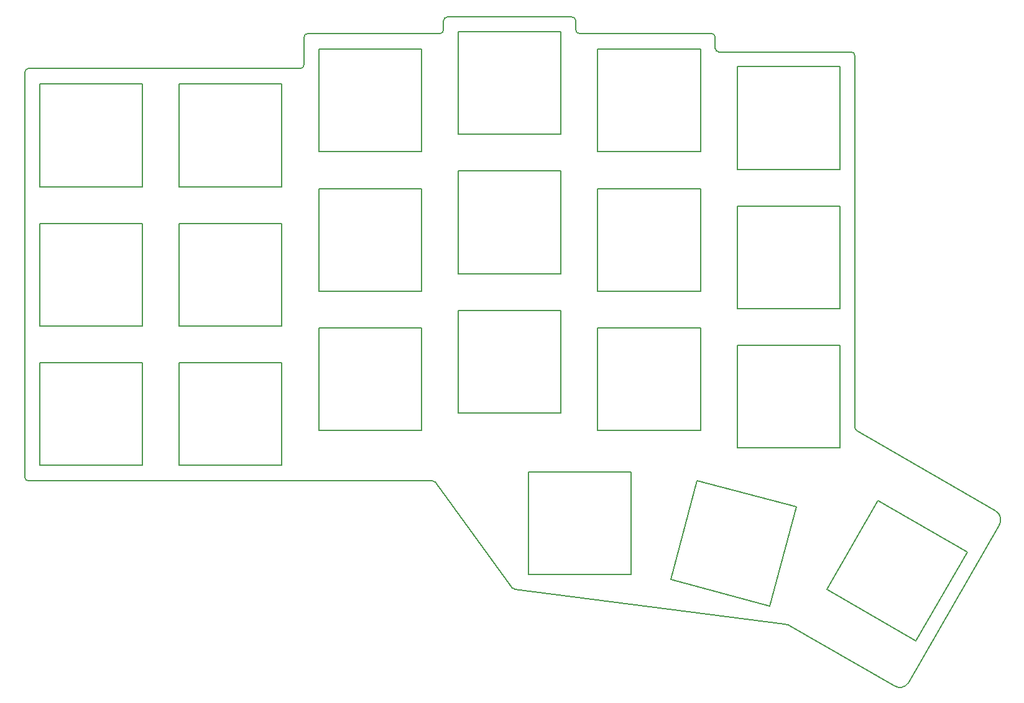
<source format=gbr>
%TF.GenerationSoftware,KiCad,Pcbnew,7.0.7*%
%TF.CreationDate,2023-09-12T18:04:32+01:00*%
%TF.ProjectId,top,746f702e-6b69-4636-9164-5f7063625858,1.0*%
%TF.SameCoordinates,Original*%
%TF.FileFunction,Profile,NP*%
%FSLAX46Y46*%
G04 Gerber Fmt 4.6, Leading zero omitted, Abs format (unit mm)*
G04 Created by KiCad (PCBNEW 7.0.7) date 2023-09-12 18:04:32*
%MOMM*%
%LPD*%
G01*
G04 APERTURE LIST*
%TA.AperFunction,Profile*%
%ADD10C,0.150000*%
%TD*%
G04 APERTURE END LIST*
D10*
X101000000Y-79375000D02*
X101000000Y-65375000D01*
X139000000Y-79375000D02*
X153000000Y-79375000D01*
X162440000Y-141315000D02*
X166060000Y-127795000D01*
X115000000Y-84375000D02*
X115000000Y-98375000D01*
X120000000Y-115000000D02*
X134000000Y-115000000D01*
X63000000Y-122125000D02*
X77000000Y-122125000D01*
X101000000Y-117375000D02*
X115000000Y-117375000D01*
X99000000Y-63750000D02*
X99000000Y-67500000D01*
X115000000Y-103375000D02*
X115000000Y-117375000D01*
X82000000Y-122125000D02*
X96000000Y-122125000D01*
X63000000Y-103125000D02*
X77000000Y-103125000D01*
X153000000Y-103375000D02*
X153000000Y-117375000D01*
X77000000Y-108125000D02*
X77000000Y-122125000D01*
X63000000Y-84125000D02*
X63000000Y-70125000D01*
X101000000Y-103375000D02*
X115000000Y-103375000D01*
X120000000Y-82000000D02*
X134000000Y-82000000D01*
X193270510Y-128396990D02*
X174350000Y-117475000D01*
X120000000Y-101000000D02*
X134000000Y-101000000D01*
X165075000Y-143900000D02*
X179369250Y-152160960D01*
X143530000Y-137035000D02*
X143530000Y-123035000D01*
X158000000Y-81750000D02*
X158000000Y-67750000D01*
X101000000Y-79375000D02*
X115000000Y-79375000D01*
X189310000Y-133925000D02*
X177190000Y-126925000D01*
X172000000Y-86750000D02*
X172000000Y-100750000D01*
X139000000Y-79375000D02*
X139000000Y-65375000D01*
X63000000Y-89125000D02*
X77000000Y-89125000D01*
X136000000Y-62750000D02*
X136000000Y-61500000D01*
X139000000Y-117375000D02*
X139000000Y-103375000D01*
X158000000Y-86750000D02*
X172000000Y-86750000D01*
X158000000Y-105750000D02*
X172000000Y-105750000D01*
X170190000Y-139045000D02*
X182310000Y-146045000D01*
X101000000Y-98375000D02*
X115000000Y-98375000D01*
X158000000Y-119750000D02*
X172000000Y-119750000D01*
X165075002Y-143899995D02*
G75*
G03*
X164420560Y-143770341I-987602J-3268505D01*
G01*
X136000000Y-61500000D02*
G75*
G03*
X135500000Y-61000000I-500000J0D01*
G01*
X120000000Y-77000000D02*
X120000000Y-63000000D01*
X82000000Y-84125000D02*
X96000000Y-84125000D01*
X158000000Y-81750000D02*
X172000000Y-81750000D01*
X181297260Y-151781470D02*
X193650000Y-130325000D01*
X158000000Y-100750000D02*
X158000000Y-86750000D01*
X77000000Y-70125000D02*
X77000000Y-84125000D01*
X82000000Y-70125000D02*
X96000000Y-70125000D01*
X82000000Y-103125000D02*
X96000000Y-103125000D01*
X61000000Y-68500000D02*
X61000000Y-123750000D01*
X193649997Y-130324999D02*
G75*
G03*
X193270510Y-128396990I-1149997J774999D01*
G01*
X101000000Y-65375000D02*
X115000000Y-65375000D01*
X120000000Y-96000000D02*
X134000000Y-96000000D01*
X98500000Y-68000000D02*
X61500000Y-68000000D01*
X172000000Y-105750000D02*
X172000000Y-119750000D01*
X116853550Y-124396450D02*
X127396450Y-138853550D01*
X139000000Y-103375000D02*
X153000000Y-103375000D01*
X120000000Y-96000000D02*
X120000000Y-82000000D01*
X117500000Y-63250000D02*
X99500000Y-63250000D01*
X120000000Y-63000000D02*
X134000000Y-63000000D01*
X153000000Y-84375000D02*
X153000000Y-98375000D01*
X120000000Y-115000000D02*
X120000000Y-101000000D01*
X63000000Y-108125000D02*
X77000000Y-108125000D01*
X148920000Y-137695000D02*
X162440000Y-141315000D01*
X153000000Y-65375000D02*
X153000000Y-79375000D01*
X158000000Y-100750000D02*
X172000000Y-100750000D01*
X134000000Y-82000000D02*
X134000000Y-96000000D01*
X173500000Y-65750000D02*
X155500000Y-65750000D01*
X152540000Y-124175000D02*
X148920000Y-137695000D01*
X155000000Y-65250000D02*
X155000000Y-63750000D01*
X158000000Y-119750000D02*
X158000000Y-105750000D01*
X61000000Y-123750000D02*
G75*
G03*
X61500000Y-124250000I500000J0D01*
G01*
X116500000Y-124250000D02*
X61500000Y-124250000D01*
X182310000Y-146045000D02*
X189310000Y-133925000D01*
X82000000Y-122125000D02*
X82000000Y-108125000D01*
X129530000Y-137035000D02*
X143530000Y-137035000D01*
X99500000Y-63250000D02*
G75*
G03*
X99000000Y-63750000I0J-500000D01*
G01*
X143530000Y-123035000D02*
X129530000Y-123035000D01*
X120000000Y-77000000D02*
X134000000Y-77000000D01*
X139000000Y-84375000D02*
X153000000Y-84375000D01*
X166060000Y-127795000D02*
X152540000Y-124175000D01*
X134000000Y-101000000D02*
X134000000Y-115000000D01*
X177190000Y-126925000D02*
X170190000Y-139045000D01*
X63000000Y-70125000D02*
X77000000Y-70125000D01*
X118500000Y-61000000D02*
G75*
G03*
X118000000Y-61500000I0J-500000D01*
G01*
X139000000Y-117375000D02*
X153000000Y-117375000D01*
X134000000Y-63000000D02*
X134000000Y-77000000D01*
X96000000Y-108125000D02*
X96000000Y-122125000D01*
X173997296Y-116810190D02*
G75*
G03*
X174350000Y-117475000I850004J24990D01*
G01*
X98500000Y-68000000D02*
G75*
G03*
X99000000Y-67500000I0J500000D01*
G01*
X82000000Y-89125000D02*
X96000000Y-89125000D01*
X172000000Y-67750000D02*
X172000000Y-81750000D01*
X154500000Y-63250000D02*
X136500000Y-63250000D01*
X101000000Y-84375000D02*
X115000000Y-84375000D01*
X174000000Y-66250000D02*
X173997280Y-116810190D01*
X135500000Y-61000000D02*
X118500000Y-61000000D01*
X179369225Y-152160997D02*
G75*
G03*
X181297260Y-151781460I774975J1150097D01*
G01*
X158000000Y-67750000D02*
X172000000Y-67750000D01*
X77000000Y-89125000D02*
X77000000Y-103125000D01*
X96000000Y-70125000D02*
X96000000Y-84125000D01*
X118000000Y-61500000D02*
X118000000Y-62750000D01*
X129530000Y-123035000D02*
X129530000Y-137035000D01*
X101000000Y-117375000D02*
X101000000Y-103375000D01*
X136000000Y-62750000D02*
G75*
G03*
X136500000Y-63250000I500000J0D01*
G01*
X82000000Y-108125000D02*
X96000000Y-108125000D01*
X117500000Y-63250000D02*
G75*
G03*
X118000000Y-62750000I0J500000D01*
G01*
X101000000Y-98375000D02*
X101000000Y-84375000D01*
X96000000Y-89125000D02*
X96000000Y-103125000D01*
X115000000Y-65375000D02*
X115000000Y-79375000D01*
X127396447Y-138853553D02*
G75*
G03*
X127750000Y-139000000I353553J353553D01*
G01*
X127750000Y-139000000D02*
X164420560Y-143770340D01*
X63000000Y-84125000D02*
X77000000Y-84125000D01*
X116853553Y-124396447D02*
G75*
G03*
X116500000Y-124250000I-353553J-353553D01*
G01*
X139000000Y-98375000D02*
X153000000Y-98375000D01*
X63000000Y-103125000D02*
X63000000Y-89125000D01*
X139000000Y-98375000D02*
X139000000Y-84375000D01*
X155000000Y-65250000D02*
G75*
G03*
X155500000Y-65750000I500000J0D01*
G01*
X174000000Y-66250000D02*
G75*
G03*
X173500000Y-65750000I-500000J0D01*
G01*
X82000000Y-84125000D02*
X82000000Y-70125000D01*
X155000000Y-63750000D02*
G75*
G03*
X154500000Y-63250000I-500000J0D01*
G01*
X82000000Y-103125000D02*
X82000000Y-89125000D01*
X63000000Y-122125000D02*
X63000000Y-108125000D01*
X61500000Y-68000000D02*
G75*
G03*
X61000000Y-68500000I0J-500000D01*
G01*
X139000000Y-65375000D02*
X153000000Y-65375000D01*
M02*

</source>
